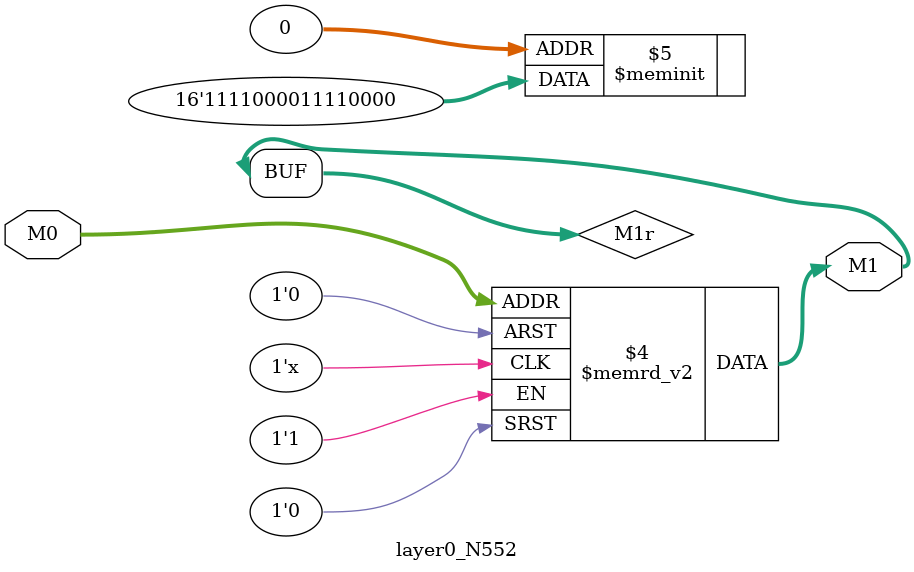
<source format=v>
module layer0_N552 ( input [2:0] M0, output [1:0] M1 );

	(*rom_style = "distributed" *) reg [1:0] M1r;
	assign M1 = M1r;
	always @ (M0) begin
		case (M0)
			3'b000: M1r = 2'b00;
			3'b100: M1r = 2'b00;
			3'b010: M1r = 2'b11;
			3'b110: M1r = 2'b11;
			3'b001: M1r = 2'b00;
			3'b101: M1r = 2'b00;
			3'b011: M1r = 2'b11;
			3'b111: M1r = 2'b11;

		endcase
	end
endmodule

</source>
